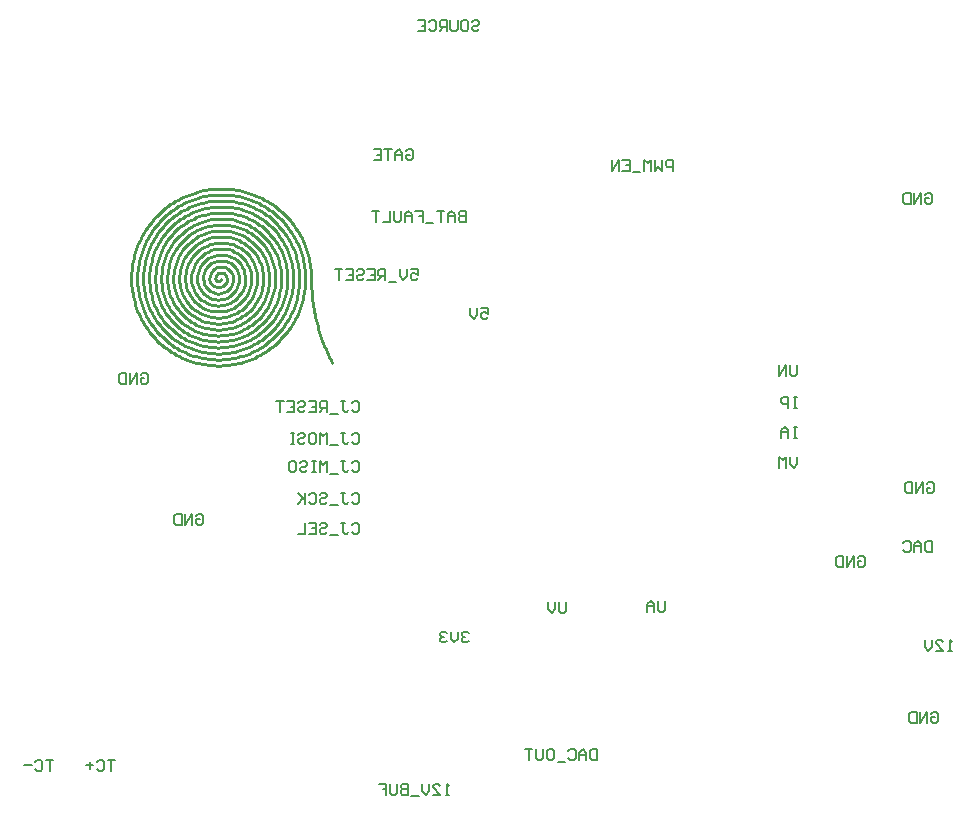
<source format=gbo>
G04*
G04 #@! TF.GenerationSoftware,Altium Limited,Altium Designer,18.1.9 (240)*
G04*
G04 Layer_Color=32896*
%FSLAX25Y25*%
%MOIN*%
G70*
G01*
G75*
%ADD10C,0.01000*%
%ADD14C,0.00800*%
D10*
X123500Y313500D02*
X123517Y312499D01*
X123569Y311499D01*
X123655Y310502D01*
X123776Y309508D01*
X123931Y308519D01*
X124120Y307536D01*
X124343Y306560D01*
X124599Y305592D01*
X124889Y304634D01*
X125211Y303686D01*
X125566Y302750D01*
X125953Y301827D01*
X126372Y300917D01*
X126822Y300023D01*
X127302Y299145D01*
X127813Y298284D01*
X128353Y297441D01*
X128921Y296617D01*
X129518Y295813D01*
X130142Y295030D01*
X130793Y294269D01*
X131470Y293532D01*
X132172Y292818D01*
X132898Y292128D01*
X133647Y291464D01*
X134419Y290827D01*
X135212Y290216D01*
X136026Y289633D01*
X136860Y289079D01*
X137712Y288554D01*
X138582Y288058D01*
X139468Y287593D01*
X140370Y287159D01*
X141287Y286756D01*
X142217Y286385D01*
X143159Y286046D01*
X144112Y285740D01*
X145075Y285467D01*
X146047Y285227D01*
X147027Y285021D01*
X148013Y284849D01*
X149004Y284711D01*
X150000Y284608D01*
X150999Y284539D01*
X152000Y284504D01*
X153001D01*
X154001Y284539D01*
X155000Y284608D01*
X155996Y284712D01*
X156987Y284849D01*
X157974Y285021D01*
X158953Y285227D01*
X159925Y285467D01*
X160888Y285740D01*
X161842Y286046D01*
X162784Y286385D01*
X163714Y286756D01*
X164630Y287159D01*
X165532Y287593D01*
X166418Y288058D01*
X167288Y288554D01*
X168140Y289079D01*
X168974Y289634D01*
X169788Y290216D01*
X170581Y290827D01*
X171353Y291465D01*
X172102Y292128D01*
X172828Y292818D01*
X173530Y293532D01*
X174207Y294270D01*
X174858Y295030D01*
X175482Y295813D01*
X176079Y296617D01*
X176647Y297441D01*
X177187Y298284D01*
X177698Y299145D01*
X178178Y300023D01*
X178628Y300918D01*
X179047Y301827D01*
X179434Y302750D01*
X179789Y303686D01*
X180112Y304634D01*
X180401Y305592D01*
X180657Y306560D01*
X180880Y307536D01*
X181069Y308519D01*
X181224Y309508D01*
X181345Y310502D01*
X181431Y311500D01*
X181483Y312499D01*
X181500Y313500D01*
X125500D02*
X125518Y312502D01*
X125574Y311506D01*
X125666Y310512D01*
X125794Y309523D01*
X125960Y308539D01*
X126161Y307561D01*
X126399Y306592D01*
X126672Y305632D01*
X126980Y304683D01*
X127323Y303747D01*
X127701Y302823D01*
X128112Y301914D01*
X128557Y301021D01*
X129035Y300144D01*
X129544Y299286D01*
X130085Y298448D01*
X130657Y297630D01*
X131258Y296833D01*
X131888Y296060D01*
X132547Y295310D01*
X133232Y294585D01*
X133945Y293886D01*
X134682Y293214D01*
X135444Y292569D01*
X136229Y291953D01*
X137036Y291367D01*
X137864Y290811D01*
X138713Y290285D01*
X139580Y289792D01*
X140465Y289331D01*
X141366Y288902D01*
X142283Y288508D01*
X143213Y288147D01*
X144157Y287822D01*
X145111Y287531D01*
X146076Y287275D01*
X147049Y287056D01*
X148030Y286873D01*
X149017Y286726D01*
X150009Y286615D01*
X151004Y286542D01*
X152001Y286505D01*
X152999D01*
X153996Y286542D01*
X154991Y286615D01*
X155983Y286726D01*
X156970Y286873D01*
X157951Y287056D01*
X158924Y287275D01*
X159889Y287531D01*
X160843Y287822D01*
X161787Y288147D01*
X162717Y288508D01*
X163634Y288902D01*
X164535Y289331D01*
X165420Y289792D01*
X166287Y290285D01*
X167135Y290811D01*
X167964Y291367D01*
X168771Y291953D01*
X169556Y292569D01*
X170318Y293214D01*
X171055Y293886D01*
X171767Y294585D01*
X172453Y295310D01*
X173112Y296060D01*
X173742Y296833D01*
X174343Y297630D01*
X174915Y298448D01*
X175456Y299286D01*
X175965Y300144D01*
X176443Y301020D01*
X176888Y301914D01*
X177299Y302823D01*
X177677Y303746D01*
X178020Y304683D01*
X178328Y305632D01*
X178601Y306592D01*
X178839Y307561D01*
X179040Y308539D01*
X179206Y309523D01*
X179334Y310512D01*
X179426Y311506D01*
X179482Y312502D01*
X179500Y313500D01*
X127500Y313500D02*
X127520Y312506D01*
X127579Y311514D01*
X127678Y310525D01*
X127816Y309540D01*
X127993Y308562D01*
X128208Y307591D01*
X128462Y306630D01*
X128754Y305680D01*
X129084Y304742D01*
X129451Y303818D01*
X129854Y302909D01*
X130293Y302017D01*
X130767Y301144D01*
X131275Y300290D01*
X131817Y299456D01*
X132392Y298645D01*
X132999Y297857D01*
X133636Y297094D01*
X134303Y296357D01*
X134999Y295647D01*
X135723Y294966D01*
X136473Y294313D01*
X137248Y293691D01*
X138048Y293101D01*
X138870Y292542D01*
X139714Y292017D01*
X140578Y291526D01*
X141461Y291069D01*
X142362Y290648D01*
X143279Y290263D01*
X144210Y289915D01*
X145154Y289604D01*
X146110Y289331D01*
X147076Y289096D01*
X148050Y288899D01*
X149032Y288742D01*
X150019Y288623D01*
X151010Y288545D01*
X152003Y288505D01*
X152997D01*
X153990Y288545D01*
X154981Y288623D01*
X155968Y288742D01*
X156950Y288899D01*
X157924Y289096D01*
X158890Y289331D01*
X159846Y289604D01*
X160791Y289915D01*
X161722Y290263D01*
X162638Y290648D01*
X163539Y291069D01*
X164422Y291526D01*
X165286Y292017D01*
X166130Y292542D01*
X166952Y293101D01*
X167752Y293691D01*
X168527Y294314D01*
X169278Y294966D01*
X170001Y295648D01*
X170697Y296357D01*
X171364Y297094D01*
X172001Y297857D01*
X172608Y298645D01*
X173183Y299456D01*
X173725Y300290D01*
X174233Y301144D01*
X174707Y302018D01*
X175146Y302909D01*
X175549Y303818D01*
X175916Y304742D01*
X176245Y305680D01*
X176538Y306630D01*
X176792Y307591D01*
X177007Y308562D01*
X177184Y309540D01*
X177322Y310525D01*
X177421Y311514D01*
X177480Y312506D01*
X177500Y313500D01*
X129500Y313500D02*
X129522Y312497D01*
X129587Y311495D01*
X129697Y310498D01*
X129849Y309506D01*
X130045Y308522D01*
X130284Y307547D01*
X130564Y306584D01*
X130887Y305633D01*
X131251Y304698D01*
X131655Y303780D01*
X132099Y302880D01*
X132581Y302000D01*
X133102Y301142D01*
X133660Y300308D01*
X134253Y299499D01*
X134881Y298716D01*
X135543Y297961D01*
X136237Y297236D01*
X136961Y296543D01*
X137716Y295881D01*
X138498Y295253D01*
X139308Y294659D01*
X140142Y294102D01*
X141000Y293581D01*
X141880Y293099D01*
X142780Y292655D01*
X143698Y292251D01*
X144633Y291887D01*
X145584Y291564D01*
X146547Y291284D01*
X147522Y291045D01*
X148506Y290849D01*
X149498Y290697D01*
X150495Y290587D01*
X151497Y290522D01*
X152500Y290500D01*
X153503Y290522D01*
X154505Y290587D01*
X155502Y290697D01*
X156494Y290849D01*
X157478Y291045D01*
X158453Y291284D01*
X159416Y291564D01*
X160366Y291887D01*
X161302Y292251D01*
X162220Y292655D01*
X163120Y293099D01*
X164000Y293581D01*
X164858Y294102D01*
X165692Y294659D01*
X166501Y295253D01*
X167284Y295881D01*
X168039Y296543D01*
X168763Y297236D01*
X169457Y297961D01*
X170119Y298716D01*
X170747Y299499D01*
X171341Y300308D01*
X171898Y301142D01*
X172419Y302000D01*
X172901Y302880D01*
X173345Y303780D01*
X173749Y304698D01*
X174113Y305633D01*
X174435Y306584D01*
X174716Y307547D01*
X174955Y308522D01*
X175151Y309506D01*
X175303Y310498D01*
X175412Y311495D01*
X175478Y312497D01*
X175500Y313500D01*
X131500D02*
X131524Y312501D01*
X131595Y311504D01*
X131714Y310511D01*
X131879Y309526D01*
X132092Y308549D01*
X132351Y307584D01*
X132655Y306632D01*
X133004Y305695D01*
X133398Y304776D01*
X133835Y303877D01*
X134313Y303000D01*
X134834Y302147D01*
X135394Y301319D01*
X135993Y300519D01*
X136629Y299748D01*
X137302Y299008D01*
X138008Y298302D01*
X138748Y297629D01*
X139519Y296993D01*
X140319Y296394D01*
X141147Y295834D01*
X142000Y295313D01*
X142877Y294834D01*
X143776Y294398D01*
X144695Y294004D01*
X145632Y293655D01*
X146584Y293351D01*
X147549Y293092D01*
X148526Y292880D01*
X149511Y292714D01*
X150504Y292595D01*
X151501Y292524D01*
X152500Y292500D01*
X153499Y292524D01*
X154496Y292595D01*
X155489Y292714D01*
X156474Y292880D01*
X157451Y293092D01*
X158416Y293351D01*
X159369Y293655D01*
X160305Y294004D01*
X161224Y294398D01*
X162123Y294834D01*
X163000Y295314D01*
X163854Y295834D01*
X164681Y296394D01*
X165481Y296993D01*
X166252Y297629D01*
X166992Y298302D01*
X167698Y299008D01*
X168371Y299748D01*
X169007Y300519D01*
X169606Y301319D01*
X170166Y302147D01*
X170686Y303000D01*
X171166Y303877D01*
X171602Y304776D01*
X171996Y305695D01*
X172345Y306632D01*
X172649Y307584D01*
X172908Y308549D01*
X173120Y309526D01*
X173286Y310511D01*
X173405Y311504D01*
X173476Y312501D01*
X173500Y313500D01*
X183500Y313500D02*
X183483Y314502D01*
X183433Y315504D01*
X183349Y316503D01*
X183232Y317499D01*
X183082Y318490D01*
X182899Y319476D01*
X182683Y320455D01*
X182434Y321426D01*
X182153Y322388D01*
X181840Y323341D01*
X181495Y324282D01*
X181120Y325212D01*
X180713Y326128D01*
X180276Y327030D01*
X179808Y327918D01*
X179312Y328788D01*
X178787Y329643D01*
X178233Y330478D01*
X177652Y331295D01*
X177044Y332092D01*
X176410Y332869D01*
X175750Y333624D01*
X175065Y334356D01*
X174356Y335065D01*
X173624Y335750D01*
X172869Y336410D01*
X172092Y337044D01*
X171295Y337652D01*
X170478Y338233D01*
X169642Y338787D01*
X168789Y339312D01*
X167918Y339809D01*
X167030Y340276D01*
X166128Y340713D01*
X165212Y341120D01*
X164282Y341495D01*
X163341Y341840D01*
X162388Y342153D01*
X161426Y342434D01*
X160455Y342683D01*
X159476Y342899D01*
X158490Y343082D01*
X157499Y343232D01*
X156503Y343349D01*
X155504Y343433D01*
X154502Y343483D01*
X153500Y343500D01*
X152497Y343483D01*
X151496Y343433D01*
X150497Y343349D01*
X149501Y343232D01*
X148510Y343082D01*
X147524Y342899D01*
X146545Y342683D01*
X145574Y342434D01*
X144612Y342153D01*
X143659Y341840D01*
X142718Y341495D01*
X141788Y341120D01*
X140872Y340713D01*
X139970Y340276D01*
X139083Y339809D01*
X138212Y339312D01*
X137357Y338787D01*
X136522Y338233D01*
X135705Y337652D01*
X134907Y337044D01*
X134131Y336410D01*
X133376Y335750D01*
X132644Y335065D01*
X131935Y334356D01*
X131250Y333624D01*
X130590Y332869D01*
X129956Y332092D01*
X129348Y331295D01*
X128767Y330478D01*
X128213Y329643D01*
X127688Y328788D01*
X127191Y327918D01*
X126725Y327030D01*
X126287Y326128D01*
X125881Y325212D01*
X125505Y324282D01*
X125160Y323341D01*
X124847Y322388D01*
X124566Y321426D01*
X124317Y320455D01*
X124101Y319476D01*
X123918Y318490D01*
X123768Y317499D01*
X123651Y316503D01*
X123567Y315504D01*
X123517Y314503D01*
X123500Y313500D01*
X181500Y313500D02*
X181482Y314499D01*
X181429Y315497D01*
X181340Y316493D01*
X181215Y317485D01*
X181055Y318472D01*
X180860Y319452D01*
X180630Y320425D01*
X180366Y321389D01*
X180067Y322342D01*
X179735Y323285D01*
X179369Y324215D01*
X178970Y325132D01*
X178538Y326033D01*
X178075Y326919D01*
X177580Y327788D01*
X177055Y328638D01*
X176500Y329469D01*
X175915Y330280D01*
X175302Y331069D01*
X174661Y331836D01*
X173993Y332580D01*
X173299Y333299D01*
X172580Y333993D01*
X171836Y334661D01*
X171069Y335302D01*
X170280Y335915D01*
X169469Y336500D01*
X168638Y337055D01*
X167788Y337580D01*
X166919Y338075D01*
X166033Y338538D01*
X165132Y338970D01*
X164215Y339369D01*
X163285Y339735D01*
X162342Y340067D01*
X161389Y340366D01*
X160425Y340630D01*
X159452Y340860D01*
X158472Y341055D01*
X157485Y341215D01*
X156493Y341340D01*
X155498Y341429D01*
X154499Y341482D01*
X153500Y341500D01*
X152501Y341482D01*
X151503Y341429D01*
X150507Y341340D01*
X149515Y341215D01*
X148529Y341055D01*
X147548Y340860D01*
X146575Y340630D01*
X145612Y340366D01*
X144658Y340067D01*
X143715Y339735D01*
X142785Y339369D01*
X141868Y338970D01*
X140967Y338538D01*
X140081Y338075D01*
X139212Y337580D01*
X138362Y337055D01*
X137531Y336500D01*
X136720Y335915D01*
X135931Y335302D01*
X135164Y334661D01*
X134420Y333993D01*
X133701Y333299D01*
X133007Y332580D01*
X132339Y331836D01*
X131698Y331069D01*
X131085Y330280D01*
X130500Y329469D01*
X129945Y328638D01*
X129420Y327787D01*
X128925Y326919D01*
X128462Y326033D01*
X128030Y325132D01*
X127631Y324215D01*
X127265Y323285D01*
X126933Y322342D01*
X126634Y321389D01*
X126370Y320425D01*
X126140Y319452D01*
X125945Y318472D01*
X125785Y317485D01*
X125660Y316493D01*
X125571Y315497D01*
X125518Y314499D01*
X125500Y313500D01*
X133500D02*
X133526Y312506D01*
X133604Y311514D01*
X133734Y310528D01*
X133915Y309550D01*
X134147Y308582D01*
X134430Y307629D01*
X134762Y306691D01*
X135143Y305772D01*
X135571Y304874D01*
X136046Y304000D01*
X136565Y303152D01*
X137129Y302332D01*
X137734Y301543D01*
X138380Y300786D01*
X139065Y300065D01*
X139787Y299380D01*
X140543Y298734D01*
X141332Y298129D01*
X142152Y297565D01*
X143000Y297045D01*
X143874Y296571D01*
X144772Y296143D01*
X145691Y295762D01*
X146629Y295430D01*
X147582Y295147D01*
X148550Y294915D01*
X149528Y294734D01*
X150514Y294604D01*
X151506Y294526D01*
X152500Y294500D01*
X153494Y294526D01*
X154486Y294604D01*
X155472Y294734D01*
X156450Y294915D01*
X157418Y295147D01*
X158371Y295430D01*
X159309Y295762D01*
X160228Y296143D01*
X161126Y296571D01*
X162000Y297045D01*
X162848Y297565D01*
X163668Y298129D01*
X164457Y298734D01*
X165214Y299380D01*
X165935Y300065D01*
X166620Y300786D01*
X167266Y301543D01*
X167871Y302332D01*
X168435Y303152D01*
X168955Y304000D01*
X169429Y304874D01*
X169857Y305772D01*
X170238Y306691D01*
X170570Y307629D01*
X170853Y308582D01*
X171085Y309550D01*
X171266Y310528D01*
X171396Y311514D01*
X171474Y312506D01*
X171500Y313500D01*
X135500D02*
X135530Y312493D01*
X135619Y311489D01*
X135768Y310493D01*
X135976Y309507D01*
X136241Y308535D01*
X136564Y307581D01*
X136943Y306647D01*
X137376Y305737D01*
X137862Y304855D01*
X138400Y304003D01*
X138988Y303184D01*
X139622Y302402D01*
X140302Y301659D01*
X141025Y300957D01*
X141788Y300299D01*
X142589Y299688D01*
X143425Y299125D01*
X144292Y298612D01*
X145189Y298152D01*
X146111Y297746D01*
X147055Y297395D01*
X148019Y297101D01*
X148998Y296865D01*
X149990Y296686D01*
X150990Y296567D01*
X151996Y296508D01*
X153004D01*
X154009Y296567D01*
X155010Y296686D01*
X156002Y296865D01*
X156981Y297101D01*
X157945Y297395D01*
X158889Y297746D01*
X159811Y298152D01*
X160707Y298612D01*
X161575Y299125D01*
X162411Y299688D01*
X163212Y300299D01*
X163975Y300957D01*
X164698Y301659D01*
X165378Y302402D01*
X166013Y303185D01*
X166600Y304003D01*
X167138Y304855D01*
X167624Y305737D01*
X168058Y306647D01*
X168436Y307581D01*
X168759Y308535D01*
X169024Y309507D01*
X169232Y310493D01*
X169381Y311490D01*
X169470Y312493D01*
X169500Y313500D01*
X137500D02*
X137533Y312498D01*
X137634Y311501D01*
X137801Y310512D01*
X138033Y309537D01*
X138330Y308580D01*
X138690Y307644D01*
X139112Y306735D01*
X139594Y305856D01*
X140133Y305011D01*
X140728Y304204D01*
X141375Y303438D01*
X142072Y302718D01*
X142816Y302045D01*
X143602Y301424D01*
X144429Y300857D01*
X145291Y300346D01*
X146186Y299894D01*
X147109Y299502D01*
X148056Y299173D01*
X149023Y298909D01*
X150005Y298709D01*
X150999Y298575D01*
X151999Y298508D01*
X153001D01*
X154001Y298575D01*
X154995Y298709D01*
X155977Y298909D01*
X156944Y299173D01*
X157891Y299502D01*
X158814Y299894D01*
X159709Y300346D01*
X160571Y300857D01*
X161398Y301424D01*
X162184Y302045D01*
X162928Y302718D01*
X163625Y303438D01*
X164272Y304204D01*
X164867Y305011D01*
X165406Y305856D01*
X165888Y306735D01*
X166310Y307644D01*
X166670Y308580D01*
X166967Y309537D01*
X167199Y310512D01*
X167366Y311501D01*
X167466Y312498D01*
X167500Y313500D01*
X139500Y313500D02*
X139538Y312505D01*
X139652Y311516D01*
X139842Y310538D01*
X140106Y309578D01*
X140443Y308640D01*
X140850Y307732D01*
X141326Y306857D01*
X141867Y306021D01*
X142471Y305229D01*
X143133Y304485D01*
X143851Y303795D01*
X144619Y303161D01*
X145434Y302588D01*
X146290Y302079D01*
X147182Y301637D01*
X148106Y301265D01*
X149055Y300965D01*
X150025Y300738D01*
X151009Y300586D01*
X152002Y300510D01*
X152998D01*
X153991Y300586D01*
X154975Y300738D01*
X155945Y300965D01*
X156894Y301265D01*
X157818Y301638D01*
X158710Y302079D01*
X159566Y302588D01*
X160381Y303161D01*
X161149Y303795D01*
X161867Y304485D01*
X162529Y305229D01*
X163133Y306021D01*
X163674Y306857D01*
X164150Y307732D01*
X164558Y308640D01*
X164894Y309578D01*
X165158Y310538D01*
X165348Y311516D01*
X165462Y312505D01*
X165500Y313500D01*
X141500D02*
X141544Y312514D01*
X141677Y311536D01*
X141896Y310574D01*
X142201Y309635D01*
X142589Y308727D01*
X143057Y307858D01*
X143601Y307034D01*
X144216Y306263D01*
X144898Y305549D01*
X145642Y304900D01*
X146440Y304320D01*
X147287Y303814D01*
X148177Y303385D01*
X149101Y303038D01*
X150052Y302776D01*
X151023Y302600D01*
X152006Y302511D01*
X152994D01*
X153977Y302600D01*
X154948Y302776D01*
X155899Y303038D01*
X156823Y303385D01*
X157712Y303813D01*
X158560Y304320D01*
X159358Y304900D01*
X160102Y305549D01*
X160784Y306263D01*
X161399Y307034D01*
X161943Y307858D01*
X162411Y308727D01*
X162799Y309635D01*
X163104Y310574D01*
X163323Y311536D01*
X163456Y312514D01*
X163500Y313500D01*
X179500Y313500D02*
X179481Y314496D01*
X179424Y315490D01*
X179328Y316482D01*
X179195Y317469D01*
X179024Y318450D01*
X178816Y319424D01*
X178571Y320390D01*
X178288Y321345D01*
X177970Y322288D01*
X177615Y323219D01*
X177225Y324136D01*
X176800Y325037D01*
X176341Y325921D01*
X175849Y326786D01*
X175323Y327633D01*
X174766Y328458D01*
X174178Y329262D01*
X173559Y330042D01*
X172910Y330799D01*
X172234Y331529D01*
X171529Y332234D01*
X170799Y332910D01*
X170042Y333559D01*
X169262Y334178D01*
X168458Y334766D01*
X167633Y335324D01*
X166787Y335849D01*
X165921Y336341D01*
X165037Y336800D01*
X164136Y337225D01*
X163219Y337615D01*
X162288Y337970D01*
X161345Y338288D01*
X160389Y338571D01*
X159424Y338816D01*
X158450Y339024D01*
X157469Y339195D01*
X156482Y339329D01*
X155490Y339424D01*
X154496Y339481D01*
X153500Y339500D01*
X152504Y339481D01*
X151510Y339424D01*
X150518Y339329D01*
X149531Y339195D01*
X148550Y339024D01*
X147576Y338816D01*
X146610Y338571D01*
X145655Y338288D01*
X144712Y337970D01*
X143781Y337615D01*
X142864Y337225D01*
X141963Y336800D01*
X141079Y336341D01*
X140214Y335849D01*
X139367Y335324D01*
X138542Y334766D01*
X137738Y334178D01*
X136958Y333559D01*
X136202Y332910D01*
X135471Y332234D01*
X134766Y331529D01*
X134090Y330799D01*
X133441Y330042D01*
X132822Y329262D01*
X132234Y328458D01*
X131676Y327633D01*
X131151Y326786D01*
X130659Y325921D01*
X130200Y325037D01*
X129775Y324136D01*
X129385Y323219D01*
X129030Y322288D01*
X128712Y321345D01*
X128429Y320390D01*
X128184Y319424D01*
X127976Y318450D01*
X127805Y317469D01*
X127672Y316482D01*
X127576Y315490D01*
X127519Y314496D01*
X127500Y313500D01*
X177500D02*
X177479Y314505D01*
X177416Y315508D01*
X177311Y316508D01*
X177164Y317502D01*
X176976Y318490D01*
X176746Y319469D01*
X176476Y320437D01*
X176165Y321393D01*
X175815Y322335D01*
X175425Y323262D01*
X174997Y324171D01*
X174531Y325062D01*
X174029Y325933D01*
X173490Y326781D01*
X172916Y327607D01*
X172309Y328408D01*
X171668Y329182D01*
X170995Y329929D01*
X170292Y330647D01*
X169559Y331335D01*
X168798Y331992D01*
X168010Y332617D01*
X167197Y333208D01*
X166360Y333764D01*
X165500Y334285D01*
X164619Y334769D01*
X163719Y335216D01*
X162800Y335625D01*
X161866Y335995D01*
X160916Y336325D01*
X159954Y336616D01*
X158980Y336866D01*
X157997Y337075D01*
X157006Y337243D01*
X156009Y337368D01*
X155007Y337453D01*
X154003Y337495D01*
X152997D01*
X151993Y337453D01*
X150991Y337368D01*
X149994Y337243D01*
X149003Y337075D01*
X148020Y336866D01*
X147046Y336616D01*
X146084Y336325D01*
X145134Y335995D01*
X144200Y335625D01*
X143281Y335216D01*
X142381Y334769D01*
X141500Y334285D01*
X140640Y333764D01*
X139803Y333208D01*
X138990Y332617D01*
X138202Y331992D01*
X137441Y331335D01*
X136708Y330647D01*
X136005Y329929D01*
X135332Y329182D01*
X134691Y328408D01*
X134084Y327607D01*
X133510Y326781D01*
X132971Y325933D01*
X132469Y325062D01*
X132003Y324171D01*
X131575Y323262D01*
X131185Y322335D01*
X130835Y321393D01*
X130524Y320437D01*
X130254Y319469D01*
X130025Y318490D01*
X129836Y317502D01*
X129689Y316508D01*
X129584Y315508D01*
X129521Y314505D01*
X129500Y313500D01*
X175500Y313500D02*
X175477Y314501D01*
X175409Y315501D01*
X175295Y316496D01*
X175136Y317485D01*
X174932Y318465D01*
X174684Y319436D01*
X174392Y320394D01*
X174057Y321337D01*
X173679Y322265D01*
X173259Y323174D01*
X172798Y324063D01*
X172297Y324931D01*
X171757Y325775D01*
X171180Y326593D01*
X170566Y327384D01*
X169916Y328146D01*
X169232Y328878D01*
X168516Y329578D01*
X167769Y330245D01*
X166992Y330877D01*
X166187Y331473D01*
X165356Y332032D01*
X164500Y332553D01*
X163621Y333033D01*
X162722Y333474D01*
X161803Y333873D01*
X160867Y334230D01*
X159916Y334544D01*
X158952Y334814D01*
X157976Y335040D01*
X156991Y335221D01*
X155999Y335358D01*
X155001Y335449D01*
X154001Y335494D01*
X152999D01*
X151999Y335449D01*
X151001Y335358D01*
X150009Y335221D01*
X149024Y335040D01*
X148048Y334814D01*
X147084Y334544D01*
X146133Y334230D01*
X145197Y333873D01*
X144278Y333474D01*
X143379Y333033D01*
X142500Y332553D01*
X141644Y332032D01*
X140813Y331473D01*
X140008Y330877D01*
X139231Y330245D01*
X138484Y329578D01*
X137768Y328878D01*
X137084Y328146D01*
X136434Y327384D01*
X135820Y326593D01*
X135242Y325775D01*
X134703Y324931D01*
X134202Y324063D01*
X133741Y323174D01*
X133321Y322265D01*
X132943Y321337D01*
X132608Y320394D01*
X132316Y319436D01*
X132068Y318465D01*
X131864Y317485D01*
X131705Y316496D01*
X131591Y315501D01*
X131523Y314501D01*
X131500Y313500D01*
X173500Y313500D02*
X173475Y314497D01*
X173401Y315491D01*
X173277Y316481D01*
X173103Y317463D01*
X172881Y318435D01*
X172611Y319395D01*
X172294Y320340D01*
X171930Y321269D01*
X171519Y322178D01*
X171064Y323065D01*
X170566Y323929D01*
X170025Y324766D01*
X169443Y325576D01*
X168821Y326356D01*
X168161Y327103D01*
X167465Y327817D01*
X166734Y328496D01*
X165970Y329137D01*
X165175Y329739D01*
X164351Y330300D01*
X163500Y330820D01*
X162624Y331297D01*
X161726Y331730D01*
X160807Y332118D01*
X159870Y332459D01*
X158917Y332752D01*
X157950Y332999D01*
X156973Y333196D01*
X155987Y333345D01*
X154995Y333444D01*
X153999Y333494D01*
X153001D01*
X152005Y333444D01*
X151013Y333345D01*
X150027Y333196D01*
X149050Y332999D01*
X148083Y332752D01*
X147130Y332459D01*
X146193Y332118D01*
X145274Y331730D01*
X144376Y331297D01*
X143500Y330820D01*
X142649Y330300D01*
X141825Y329739D01*
X141030Y329137D01*
X140266Y328496D01*
X139535Y327817D01*
X138839Y327103D01*
X138179Y326356D01*
X137557Y325576D01*
X136975Y324766D01*
X136434Y323929D01*
X135936Y323065D01*
X135481Y322178D01*
X135071Y321269D01*
X134706Y320340D01*
X134389Y319395D01*
X134118Y318435D01*
X133897Y317463D01*
X133723Y316481D01*
X133599Y315491D01*
X133525Y314497D01*
X133500Y313500D01*
X171500D02*
X171473Y314492D01*
X171391Y315480D01*
X171255Y316463D01*
X171064Y317436D01*
X170821Y318398D01*
X170525Y319345D01*
X170177Y320274D01*
X169778Y321182D01*
X169331Y322067D01*
X168834Y322926D01*
X168292Y323757D01*
X167704Y324556D01*
X167074Y325322D01*
X166402Y326051D01*
X165691Y326743D01*
X164943Y327395D01*
X164160Y328004D01*
X163345Y328569D01*
X162500Y329088D01*
X161628Y329561D01*
X160731Y329984D01*
X159811Y330357D01*
X158873Y330679D01*
X157919Y330949D01*
X156951Y331166D01*
X155972Y331329D01*
X154986Y331438D01*
X153996Y331493D01*
X153004D01*
X152014Y331438D01*
X151028Y331329D01*
X150049Y331166D01*
X149081Y330949D01*
X148127Y330679D01*
X147188Y330357D01*
X146270Y329984D01*
X145372Y329561D01*
X144500Y329088D01*
X143655Y328569D01*
X142840Y328004D01*
X142057Y327395D01*
X141309Y326743D01*
X140598Y326051D01*
X139926Y325322D01*
X139295Y324556D01*
X138708Y323757D01*
X138165Y322926D01*
X137670Y322067D01*
X137222Y321182D01*
X136823Y320273D01*
X136475Y319345D01*
X136179Y318398D01*
X135936Y317436D01*
X135746Y316463D01*
X135609Y315480D01*
X135527Y314492D01*
X135500Y313500D01*
X169500D02*
X169468Y314505D01*
X169374Y315505D01*
X169217Y316498D01*
X168997Y317479D01*
X168717Y318444D01*
X168376Y319390D01*
X167977Y320312D01*
X167521Y321208D01*
X167009Y322073D01*
X166444Y322905D01*
X165828Y323699D01*
X165164Y324453D01*
X164453Y325164D01*
X163699Y325828D01*
X162905Y326444D01*
X162073Y327009D01*
X161208Y327521D01*
X160312Y327977D01*
X159390Y328376D01*
X158444Y328717D01*
X157479Y328997D01*
X156498Y329217D01*
X155505Y329374D01*
X154505Y329468D01*
X153500Y329500D01*
X152495Y329468D01*
X151495Y329374D01*
X150502Y329217D01*
X149521Y328997D01*
X148556Y328717D01*
X147610Y328376D01*
X146687Y327977D01*
X145792Y327521D01*
X144927Y327009D01*
X144095Y326444D01*
X143301Y325828D01*
X142547Y325164D01*
X141837Y324453D01*
X141172Y323699D01*
X140556Y322905D01*
X139991Y322073D01*
X139479Y321208D01*
X139023Y320312D01*
X138624Y319390D01*
X138283Y318444D01*
X138003Y317479D01*
X137783Y316498D01*
X137626Y315505D01*
X137532Y314505D01*
X137500Y313500D01*
X167500D02*
X167464Y314499D01*
X167358Y315492D01*
X167180Y316476D01*
X166933Y317444D01*
X166617Y318392D01*
X166235Y319316D01*
X165787Y320210D01*
X165278Y321069D01*
X164708Y321890D01*
X164081Y322668D01*
X163400Y323399D01*
X162668Y324080D01*
X161890Y324708D01*
X161069Y325278D01*
X160210Y325787D01*
X159316Y326235D01*
X158393Y326617D01*
X157444Y326933D01*
X156476Y327180D01*
X155492Y327358D01*
X154499Y327464D01*
X153500Y327500D01*
X152501Y327464D01*
X151508Y327358D01*
X150524Y327180D01*
X149556Y326933D01*
X148608Y326617D01*
X147684Y326235D01*
X146791Y325787D01*
X145931Y325278D01*
X145110Y324708D01*
X144332Y324080D01*
X143600Y323399D01*
X142920Y322668D01*
X142292Y321890D01*
X141723Y321069D01*
X141212Y320210D01*
X140765Y319316D01*
X140383Y318392D01*
X140067Y317444D01*
X139820Y316476D01*
X139643Y315492D01*
X139536Y314499D01*
X139500Y313500D01*
X165500D02*
X165459Y314491D01*
X165336Y315475D01*
X165133Y316446D01*
X164850Y317396D01*
X164489Y318320D01*
X164054Y319211D01*
X163546Y320063D01*
X162970Y320871D01*
X162329Y321627D01*
X161627Y322329D01*
X160871Y322970D01*
X160063Y323546D01*
X159211Y324054D01*
X158320Y324489D01*
X157396Y324850D01*
X156446Y325133D01*
X155475Y325336D01*
X154491Y325459D01*
X153500Y325500D01*
X152509Y325459D01*
X151525Y325336D01*
X150554Y325133D01*
X149604Y324850D01*
X148680Y324489D01*
X147789Y324054D01*
X146937Y323546D01*
X146129Y322970D01*
X145373Y322329D01*
X144671Y321627D01*
X144030Y320871D01*
X143454Y320063D01*
X142946Y319211D01*
X142511Y318320D01*
X142150Y317396D01*
X141867Y316446D01*
X141664Y315475D01*
X141541Y314491D01*
X141500Y313500D01*
X163500D02*
X163449Y314512D01*
X163295Y315513D01*
X163041Y316494D01*
X162690Y317444D01*
X162243Y318353D01*
X161708Y319213D01*
X161088Y320014D01*
X160390Y320748D01*
X159621Y321408D01*
X158790Y321986D01*
X157904Y322478D01*
X156973Y322878D01*
X156007Y323181D01*
X155014Y323385D01*
X154007Y323487D01*
X152994Y323487D01*
X151986Y323385D01*
X150994Y323181D01*
X150027Y322878D01*
X149096Y322478D01*
X148210Y321986D01*
X147379Y321408D01*
X146610Y320748D01*
X145912Y320014D01*
X145292Y319213D01*
X144756Y318353D01*
X144310Y317444D01*
X143959Y316494D01*
X143705Y315513D01*
X143551Y314512D01*
X143500Y313500D01*
X143557Y312492D01*
X143726Y311497D01*
X144005Y310527D01*
X144391Y309595D01*
X144879Y308712D01*
X145464Y307889D01*
X146136Y307136D01*
X146889Y306464D01*
X147712Y305879D01*
X148595Y305391D01*
X149528Y305005D01*
X150497Y304726D01*
X151492Y304557D01*
X152500Y304500D01*
X153508Y304557D01*
X154503Y304726D01*
X155473Y305005D01*
X156405Y305391D01*
X157288Y305879D01*
X158111Y306464D01*
X158864Y307136D01*
X159537Y307889D01*
X160120Y308712D01*
X160609Y309595D01*
X160995Y310527D01*
X161274Y311497D01*
X161443Y312492D01*
X161500Y313500D01*
X145500Y313500D02*
X145571Y312504D01*
X145783Y311528D01*
X146133Y310592D01*
X146611Y309716D01*
X147210Y308916D01*
X147916Y308210D01*
X148715Y307611D01*
X149592Y307133D01*
X150528Y306784D01*
X151504Y306571D01*
X152500Y306500D01*
X153496Y306571D01*
X154472Y306784D01*
X155408Y307133D01*
X156284Y307611D01*
X157084Y308210D01*
X157790Y308916D01*
X158389Y309716D01*
X158867Y310592D01*
X159216Y311528D01*
X159429Y312504D01*
X159500Y313500D01*
X147500D02*
X147596Y312525D01*
X147881Y311587D01*
X148343Y310722D01*
X148965Y309964D01*
X149722Y309343D01*
X150587Y308881D01*
X151524Y308596D01*
X152500Y308500D01*
X153475Y308596D01*
X154413Y308881D01*
X155278Y309343D01*
X156035Y309964D01*
X156657Y310722D01*
X157119Y311587D01*
X157404Y312525D01*
X157500Y313500D01*
X161500D02*
X161437Y314503D01*
X161249Y315490D01*
X160938Y316445D01*
X160510Y317354D01*
X159972Y318202D01*
X159332Y318976D01*
X158599Y319664D01*
X157787Y320255D01*
X156906Y320739D01*
X155972Y321108D01*
X154999Y321358D01*
X154002Y321484D01*
X152998D01*
X152001Y321358D01*
X151028Y321108D01*
X150094Y320739D01*
X149213Y320255D01*
X148401Y319664D01*
X147668Y318976D01*
X147028Y318202D01*
X146490Y317354D01*
X146062Y316445D01*
X145751Y315490D01*
X145563Y314503D01*
X145500Y313500D01*
X159500Y313500D02*
X159418Y314488D01*
X159175Y315448D01*
X158777Y316356D01*
X158235Y317185D01*
X157564Y317914D01*
X156782Y318523D01*
X155910Y318995D01*
X154973Y319316D01*
X153996Y319479D01*
X153005D01*
X152027Y319316D01*
X151090Y318995D01*
X150218Y318523D01*
X149436Y317914D01*
X148765Y317185D01*
X148223Y316356D01*
X147825Y315448D01*
X147582Y314488D01*
X147500Y313500D01*
X183500D02*
X183508Y312495D01*
X183534Y311491D01*
X183576Y310487D01*
X183634Y309484D01*
X183710Y308482D01*
X183803Y307482D01*
X183912Y306483D01*
X184038Y305486D01*
X184180Y304491D01*
X184339Y303500D01*
X184515Y302510D01*
X184707Y301524D01*
X184916Y300541D01*
X185141Y299562D01*
X185383Y298587D01*
X185641Y297616D01*
X185915Y296649D01*
X186205Y295687D01*
X186511Y294730D01*
X186834Y293779D01*
X187172Y292833D01*
X187526Y291892D01*
X187896Y290958D01*
X188281Y290030D01*
X188681Y289109D01*
X189098Y288194D01*
X189529Y287287D01*
X189976Y286387D01*
X190437Y285494D01*
X149500Y313500D02*
X149681Y312474D01*
X150202Y311572D01*
X151000Y310902D01*
X151979Y310546D01*
X153021D01*
X154000Y310902D01*
X154798Y311572D01*
X155319Y312474D01*
X155500Y313500D01*
X151500D02*
X152000Y312634D01*
X153000D01*
X153500Y313500D01*
X157500D02*
X157384Y314457D01*
X157042Y315359D01*
X156494Y316153D01*
X155772Y316792D01*
X154918Y317240D01*
X153982Y317471D01*
X153018D01*
X152082Y317240D01*
X151228Y316792D01*
X150506Y316153D01*
X149958Y315359D01*
X149616Y314457D01*
X149500Y313500D01*
X155500D02*
X155232Y314500D01*
X154500Y315232D01*
X153500Y315500D01*
X152500Y315232D01*
X151768Y314500D01*
X151500Y313500D01*
D14*
X304000Y349500D02*
Y353099D01*
X302201D01*
X301601Y352499D01*
Y351299D01*
X302201Y350700D01*
X304000D01*
X300401Y353099D02*
Y349500D01*
X299201Y350700D01*
X298002Y349500D01*
Y353099D01*
X296802Y349500D02*
Y353099D01*
X295603Y351899D01*
X294403Y353099D01*
Y349500D01*
X293203Y348900D02*
X290804D01*
X287205Y353099D02*
X289605D01*
Y349500D01*
X287205D01*
X289605Y351299D02*
X288405D01*
X286006Y349500D02*
Y353099D01*
X283607Y349500D01*
Y353099D01*
X235000Y336099D02*
Y332500D01*
X233201D01*
X232601Y333100D01*
Y333700D01*
X233201Y334299D01*
X235000D01*
X233201D01*
X232601Y334899D01*
Y335499D01*
X233201Y336099D01*
X235000D01*
X231401Y332500D02*
Y334899D01*
X230202Y336099D01*
X229002Y334899D01*
Y332500D01*
Y334299D01*
X231401D01*
X227802Y336099D02*
X225403D01*
X226603D01*
Y332500D01*
X224203Y331900D02*
X221804D01*
X218205Y336099D02*
X220605D01*
Y334299D01*
X219405D01*
X220605D01*
Y332500D01*
X217006D02*
Y334899D01*
X215806Y336099D01*
X214607Y334899D01*
Y332500D01*
Y334299D01*
X217006D01*
X213407Y336099D02*
Y333100D01*
X212807Y332500D01*
X211608D01*
X211008Y333100D01*
Y336099D01*
X209808D02*
Y332500D01*
X207409D01*
X206209Y336099D02*
X203810D01*
X205010D01*
Y332500D01*
X278794Y156599D02*
Y153000D01*
X276994D01*
X276395Y153600D01*
Y155999D01*
X276994Y156599D01*
X278794D01*
X275195Y153000D02*
Y155399D01*
X273995Y156599D01*
X272796Y155399D01*
Y153000D01*
Y154799D01*
X275195D01*
X269197Y155999D02*
X269797Y156599D01*
X270996D01*
X271596Y155999D01*
Y153600D01*
X270996Y153000D01*
X269797D01*
X269197Y153600D01*
X267997Y152400D02*
X265598D01*
X262599Y156599D02*
X263799D01*
X264398Y155999D01*
Y153600D01*
X263799Y153000D01*
X262599D01*
X261999Y153600D01*
Y155999D01*
X262599Y156599D01*
X260800D02*
Y153600D01*
X260200Y153000D01*
X259000D01*
X258400Y153600D01*
Y156599D01*
X257201D02*
X254802D01*
X256001D01*
Y153000D01*
X229500Y141500D02*
X228300D01*
X228900D01*
Y145099D01*
X229500Y144499D01*
X224102Y141500D02*
X226501D01*
X224102Y143899D01*
Y144499D01*
X224701Y145099D01*
X225901D01*
X226501Y144499D01*
X222902Y145099D02*
Y142700D01*
X221703Y141500D01*
X220503Y142700D01*
Y145099D01*
X219303Y140900D02*
X216904D01*
X215704Y145099D02*
Y141500D01*
X213905D01*
X213305Y142100D01*
Y142700D01*
X213905Y143299D01*
X215704D01*
X213905D01*
X213305Y143899D01*
Y144499D01*
X213905Y145099D01*
X215704D01*
X212106D02*
Y142100D01*
X211506Y141500D01*
X210306D01*
X209706Y142100D01*
Y145099D01*
X206107D02*
X208507D01*
Y143299D01*
X207307D01*
X208507D01*
Y141500D01*
X237101Y398999D02*
X237701Y399599D01*
X238900D01*
X239500Y398999D01*
Y398399D01*
X238900Y397799D01*
X237701D01*
X237101Y397200D01*
Y396600D01*
X237701Y396000D01*
X238900D01*
X239500Y396600D01*
X234102Y399599D02*
X235301D01*
X235901Y398999D01*
Y396600D01*
X235301Y396000D01*
X234102D01*
X233502Y396600D01*
Y398999D01*
X234102Y399599D01*
X232302D02*
Y396600D01*
X231702Y396000D01*
X230503D01*
X229903Y396600D01*
Y399599D01*
X228703Y396000D02*
Y399599D01*
X226904D01*
X226304Y398999D01*
Y397799D01*
X226904Y397200D01*
X228703D01*
X227504D02*
X226304Y396000D01*
X222705Y398999D02*
X223305Y399599D01*
X224505D01*
X225105Y398999D01*
Y396600D01*
X224505Y396000D01*
X223305D01*
X222705Y396600D01*
X219107Y399599D02*
X221506D01*
Y396000D01*
X219107D01*
X221506Y397799D02*
X220306D01*
X215101Y355999D02*
X215701Y356599D01*
X216900D01*
X217500Y355999D01*
Y353600D01*
X216900Y353000D01*
X215701D01*
X215101Y353600D01*
Y354799D01*
X216300D01*
X213901Y353000D02*
Y355399D01*
X212702Y356599D01*
X211502Y355399D01*
Y353000D01*
Y354799D01*
X213901D01*
X210302Y356599D02*
X207903D01*
X209103D01*
Y353000D01*
X204304Y356599D02*
X206703D01*
Y353000D01*
X204304D01*
X206703Y354799D02*
X205504D01*
X345500Y254099D02*
Y251700D01*
X344300Y250500D01*
X343101Y251700D01*
Y254099D01*
X341901Y250500D02*
Y254099D01*
X340702Y252899D01*
X339502Y254099D01*
Y250500D01*
X345500Y264099D02*
X344300D01*
X344900D01*
Y260500D01*
X345500D01*
X344300D01*
X342501D02*
Y262899D01*
X341301Y264099D01*
X340102Y262899D01*
Y260500D01*
Y262299D01*
X342501D01*
X345500Y274099D02*
X344300D01*
X344900D01*
Y270500D01*
X345500D01*
X344300D01*
X342501D02*
Y274099D01*
X340702D01*
X340102Y273499D01*
Y272299D01*
X340702Y271700D01*
X342501D01*
X345500Y284599D02*
Y281600D01*
X344900Y281000D01*
X343701D01*
X343101Y281600D01*
Y284599D01*
X341901Y281000D02*
Y284599D01*
X339502Y281000D01*
Y284599D01*
X197101Y231499D02*
X197701Y232099D01*
X198900D01*
X199500Y231499D01*
Y229100D01*
X198900Y228500D01*
X197701D01*
X197101Y229100D01*
X193502Y232099D02*
X194702D01*
X194102D01*
Y229100D01*
X194702Y228500D01*
X195301D01*
X195901Y229100D01*
X192302Y227900D02*
X189903D01*
X186304Y231499D02*
X186904Y232099D01*
X188104D01*
X188704Y231499D01*
Y230899D01*
X188104Y230299D01*
X186904D01*
X186304Y229700D01*
Y229100D01*
X186904Y228500D01*
X188104D01*
X188704Y229100D01*
X182705Y232099D02*
X185105D01*
Y228500D01*
X182705D01*
X185105Y230299D02*
X183905D01*
X181506Y232099D02*
Y228500D01*
X179107D01*
X197101Y241499D02*
X197701Y242099D01*
X198900D01*
X199500Y241499D01*
Y239100D01*
X198900Y238500D01*
X197701D01*
X197101Y239100D01*
X193502Y242099D02*
X194702D01*
X194102D01*
Y239100D01*
X194702Y238500D01*
X195301D01*
X195901Y239100D01*
X192302Y237900D02*
X189903D01*
X186304Y241499D02*
X186904Y242099D01*
X188104D01*
X188704Y241499D01*
Y240899D01*
X188104Y240299D01*
X186904D01*
X186304Y239700D01*
Y239100D01*
X186904Y238500D01*
X188104D01*
X188704Y239100D01*
X182705Y241499D02*
X183305Y242099D01*
X184505D01*
X185105Y241499D01*
Y239100D01*
X184505Y238500D01*
X183305D01*
X182705Y239100D01*
X181506Y242099D02*
Y238500D01*
Y239700D01*
X179107Y242099D01*
X180906Y240299D01*
X179107Y238500D01*
X197101Y251999D02*
X197701Y252599D01*
X198900D01*
X199500Y251999D01*
Y249600D01*
X198900Y249000D01*
X197701D01*
X197101Y249600D01*
X193502Y252599D02*
X194702D01*
X194102D01*
Y249600D01*
X194702Y249000D01*
X195301D01*
X195901Y249600D01*
X192302Y248400D02*
X189903D01*
X188704Y249000D02*
Y252599D01*
X187504Y251399D01*
X186304Y252599D01*
Y249000D01*
X185105Y252599D02*
X183905D01*
X184505D01*
Y249000D01*
X185105D01*
X183905D01*
X179706Y251999D02*
X180306Y252599D01*
X181506D01*
X182106Y251999D01*
Y251399D01*
X181506Y250799D01*
X180306D01*
X179706Y250200D01*
Y249600D01*
X180306Y249000D01*
X181506D01*
X182106Y249600D01*
X176707Y252599D02*
X177907D01*
X178507Y251999D01*
Y249600D01*
X177907Y249000D01*
X176707D01*
X176108Y249600D01*
Y251999D01*
X176707Y252599D01*
X197101Y261499D02*
X197701Y262099D01*
X198900D01*
X199500Y261499D01*
Y259100D01*
X198900Y258500D01*
X197701D01*
X197101Y259100D01*
X193502Y262099D02*
X194702D01*
X194102D01*
Y259100D01*
X194702Y258500D01*
X195301D01*
X195901Y259100D01*
X192302Y257900D02*
X189903D01*
X188704Y258500D02*
Y262099D01*
X187504Y260899D01*
X186304Y262099D01*
Y258500D01*
X183305Y262099D02*
X184505D01*
X185105Y261499D01*
Y259100D01*
X184505Y258500D01*
X183305D01*
X182705Y259100D01*
Y261499D01*
X183305Y262099D01*
X179107Y261499D02*
X179706Y262099D01*
X180906D01*
X181506Y261499D01*
Y260899D01*
X180906Y260299D01*
X179706D01*
X179107Y259700D01*
Y259100D01*
X179706Y258500D01*
X180906D01*
X181506Y259100D01*
X177907Y262099D02*
X176707D01*
X177307D01*
Y258500D01*
X177907D01*
X176707D01*
X197101Y271999D02*
X197701Y272599D01*
X198900D01*
X199500Y271999D01*
Y269600D01*
X198900Y269000D01*
X197701D01*
X197101Y269600D01*
X193502Y272599D02*
X194702D01*
X194102D01*
Y269600D01*
X194702Y269000D01*
X195301D01*
X195901Y269600D01*
X192302Y268400D02*
X189903D01*
X188704Y269000D02*
Y272599D01*
X186904D01*
X186304Y271999D01*
Y270799D01*
X186904Y270200D01*
X188704D01*
X187504D02*
X186304Y269000D01*
X182705Y272599D02*
X185105D01*
Y269000D01*
X182705D01*
X185105Y270799D02*
X183905D01*
X179107Y271999D02*
X179706Y272599D01*
X180906D01*
X181506Y271999D01*
Y271399D01*
X180906Y270799D01*
X179706D01*
X179107Y270200D01*
Y269600D01*
X179706Y269000D01*
X180906D01*
X181506Y269600D01*
X175508Y272599D02*
X177907D01*
Y269000D01*
X175508D01*
X177907Y270799D02*
X176707D01*
X174308Y272599D02*
X171909D01*
X173108D01*
Y269000D01*
X216601Y316599D02*
X219000D01*
Y314799D01*
X217800Y315399D01*
X217201D01*
X216601Y314799D01*
Y313600D01*
X217201Y313000D01*
X218400D01*
X219000Y313600D01*
X215401Y316599D02*
Y314200D01*
X214201Y313000D01*
X213002Y314200D01*
Y316599D01*
X211802Y312400D02*
X209403D01*
X208204Y313000D02*
Y316599D01*
X206404D01*
X205804Y315999D01*
Y314799D01*
X206404Y314200D01*
X208204D01*
X207004D02*
X205804Y313000D01*
X202205Y316599D02*
X204605D01*
Y313000D01*
X202205D01*
X204605Y314799D02*
X203405D01*
X198607Y315999D02*
X199206Y316599D01*
X200406D01*
X201006Y315999D01*
Y315399D01*
X200406Y314799D01*
X199206D01*
X198607Y314200D01*
Y313600D01*
X199206Y313000D01*
X200406D01*
X201006Y313600D01*
X195008Y316599D02*
X197407D01*
Y313000D01*
X195008D01*
X197407Y314799D02*
X196207D01*
X193808Y316599D02*
X191409D01*
X192608D01*
Y313000D01*
X388101Y341499D02*
X388701Y342099D01*
X389900D01*
X390500Y341499D01*
Y339100D01*
X389900Y338500D01*
X388701D01*
X388101Y339100D01*
Y340299D01*
X389300D01*
X386901Y338500D02*
Y342099D01*
X384502Y338500D01*
Y342099D01*
X383302D02*
Y338500D01*
X381503D01*
X380903Y339100D01*
Y341499D01*
X381503Y342099D01*
X383302D01*
X97500Y153099D02*
X95101D01*
X96300D01*
Y149500D01*
X91502Y152499D02*
X92102Y153099D01*
X93301D01*
X93901Y152499D01*
Y150100D01*
X93301Y149500D01*
X92102D01*
X91502Y150100D01*
X90302Y151299D02*
X87903D01*
X118000Y153099D02*
X115601D01*
X116800D01*
Y149500D01*
X112002Y152499D02*
X112602Y153099D01*
X113801D01*
X114401Y152499D01*
Y150100D01*
X113801Y149500D01*
X112602D01*
X112002Y150100D01*
X110802Y151299D02*
X108403D01*
X109603Y152499D02*
Y150100D01*
X390500Y226099D02*
Y222500D01*
X388701D01*
X388101Y223100D01*
Y225499D01*
X388701Y226099D01*
X390500D01*
X386901Y222500D02*
Y224899D01*
X385701Y226099D01*
X384502Y224899D01*
Y222500D01*
Y224299D01*
X386901D01*
X380903Y225499D02*
X381503Y226099D01*
X382702D01*
X383302Y225499D01*
Y223100D01*
X382702Y222500D01*
X381503D01*
X380903Y223100D01*
X388601Y244999D02*
X389201Y245599D01*
X390400D01*
X391000Y244999D01*
Y242600D01*
X390400Y242000D01*
X389201D01*
X388601Y242600D01*
Y243799D01*
X389800D01*
X387401Y242000D02*
Y245599D01*
X385002Y242000D01*
Y245599D01*
X383802D02*
Y242000D01*
X382003D01*
X381403Y242600D01*
Y244999D01*
X382003Y245599D01*
X383802D01*
X268500Y205599D02*
Y202600D01*
X267900Y202000D01*
X266701D01*
X266101Y202600D01*
Y205599D01*
X264901D02*
Y203200D01*
X263702Y202000D01*
X262502Y203200D01*
Y205599D01*
X301500Y206099D02*
Y203100D01*
X300900Y202500D01*
X299701D01*
X299101Y203100D01*
Y206099D01*
X297901Y202500D02*
Y204899D01*
X296702Y206099D01*
X295502Y204899D01*
Y202500D01*
Y204299D01*
X297901D01*
X240101Y303599D02*
X242500D01*
Y301799D01*
X241300Y302399D01*
X240701D01*
X240101Y301799D01*
Y300600D01*
X240701Y300000D01*
X241900D01*
X242500Y300600D01*
X238901Y303599D02*
Y301200D01*
X237702Y300000D01*
X236502Y301200D01*
Y303599D01*
X236000Y195225D02*
X235400Y195824D01*
X234201D01*
X233601Y195225D01*
Y194625D01*
X234201Y194025D01*
X234800D01*
X234201D01*
X233601Y193425D01*
Y192825D01*
X234201Y192226D01*
X235400D01*
X236000Y192825D01*
X232401Y195824D02*
Y193425D01*
X231202Y192226D01*
X230002Y193425D01*
Y195824D01*
X228802Y195225D02*
X228203Y195824D01*
X227003D01*
X226403Y195225D01*
Y194625D01*
X227003Y194025D01*
X227603D01*
X227003D01*
X226403Y193425D01*
Y192825D01*
X227003Y192226D01*
X228203D01*
X228802Y192825D01*
X397000Y189500D02*
X395800D01*
X396400D01*
Y193099D01*
X397000Y192499D01*
X391602Y189500D02*
X394001D01*
X391602Y191899D01*
Y192499D01*
X392201Y193099D01*
X393401D01*
X394001Y192499D01*
X390402Y193099D02*
Y190700D01*
X389202Y189500D01*
X388003Y190700D01*
Y193099D01*
X390101Y168499D02*
X390701Y169099D01*
X391900D01*
X392500Y168499D01*
Y166100D01*
X391900Y165500D01*
X390701D01*
X390101Y166100D01*
Y167299D01*
X391300D01*
X388901Y165500D02*
Y169099D01*
X386502Y165500D01*
Y169099D01*
X385302D02*
Y165500D01*
X383503D01*
X382903Y166100D01*
Y168499D01*
X383503Y169099D01*
X385302D01*
X365601Y220499D02*
X366201Y221099D01*
X367400D01*
X368000Y220499D01*
Y218100D01*
X367400Y217500D01*
X366201D01*
X365601Y218100D01*
Y219299D01*
X366800D01*
X364401Y217500D02*
Y221099D01*
X362002Y217500D01*
Y221099D01*
X360802D02*
Y217500D01*
X359003D01*
X358403Y218100D01*
Y220499D01*
X359003Y221099D01*
X360802D01*
X145101Y234499D02*
X145701Y235099D01*
X146900D01*
X147500Y234499D01*
Y232100D01*
X146900Y231500D01*
X145701D01*
X145101Y232100D01*
Y233299D01*
X146300D01*
X143901Y231500D02*
Y235099D01*
X141502Y231500D01*
Y235099D01*
X140302D02*
Y231500D01*
X138503D01*
X137903Y232100D01*
Y234499D01*
X138503Y235099D01*
X140302D01*
X126601Y281499D02*
X127201Y282099D01*
X128400D01*
X129000Y281499D01*
Y279100D01*
X128400Y278500D01*
X127201D01*
X126601Y279100D01*
Y280299D01*
X127800D01*
X125401Y278500D02*
Y282099D01*
X123002Y278500D01*
Y282099D01*
X121802D02*
Y278500D01*
X120003D01*
X119403Y279100D01*
Y281499D01*
X120003Y282099D01*
X121802D01*
M02*

</source>
